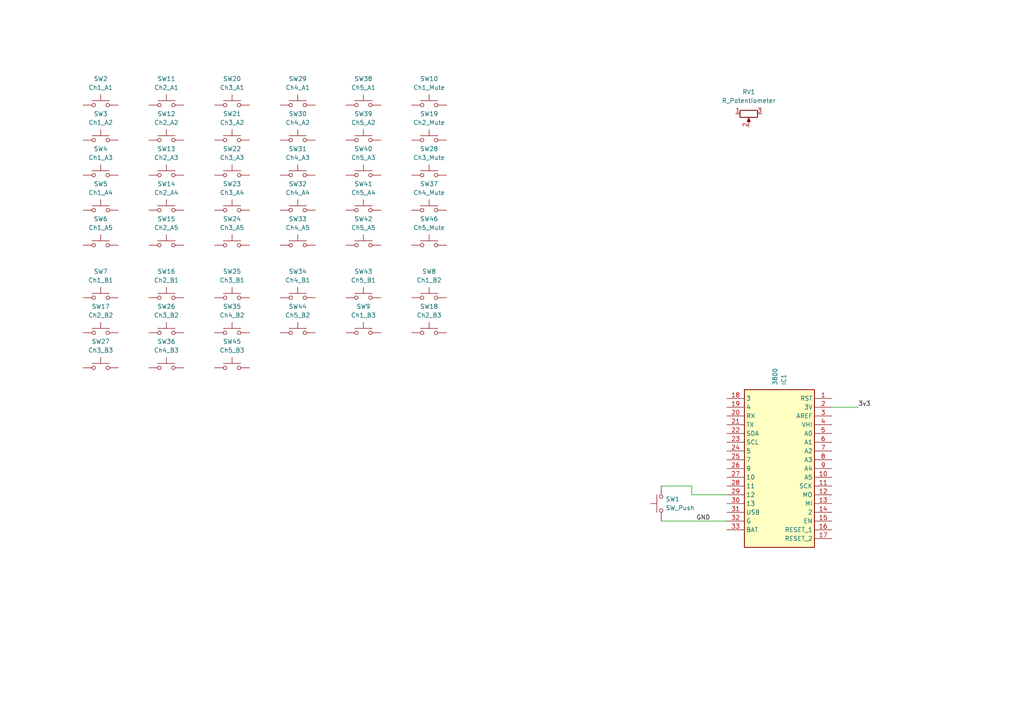
<source format=kicad_sch>
(kicad_sch (version 20231120) (generator "eeschema") (generator_version "8.0")
  (paper "A4")
  (lib_symbols
    (symbol "Device:R_Potentiometer" (pin_names (offset 1.016) hide)
      (property "Reference" "RV" (at -4.445 0 90))
      (property "Value" "R_Potentiometer" (at -2.54 0 90))
      (symbol "R_Potentiometer_0_1"
        (polyline (pts (xy 2.54 0) (xy 1.524 0)))
        (polyline (pts (xy 1.143 0) (xy 2.286 0.508) (xy 2.286 -0.508) (xy 1.143 0)) (fill (type outline)))
        (rectangle (start 1.016 2.54) (end -1.016 -2.54) (stroke (width 0.254)))
      )
      (symbol "R_Potentiometer_1_1"
        (pin passive line (at 0 3.81 270) (length 1.27) (name "1") (number "1"))
        (pin passive line (at 3.81 0 180) (length 1.27) (name "2") (number "2"))
        (pin passive line (at 0 -3.81 90) (length 1.27) (name "3") (number "3"))
      )
    )
    (symbol "SamacSys_Parts:3800"
      (property "Reference" "IC" (at 26.67 7.62 0))
      (property "Value" "3800" (at 26.67 5.08 0))
      (symbol "3800_1_1"
        (rectangle (start 5.08 2.54) (end 25.4 -43.18) (stroke (width 0.254)) (fill (type background)))
        (pin passive line (at 0 0 0) (length 5.08) (name "RST") (number "1"))
        (pin passive line (at 0 -22.86 0) (length 5.08) (name "A5") (number "10"))
        (pin passive line (at 0 -25.4 0) (length 5.08) (name "SCK") (number "11"))
        (pin passive line (at 0 -27.94 0) (length 5.08) (name "MO") (number "12"))
        (pin passive line (at 0 -30.48 0) (length 5.08) (name "MI") (number "13"))
        (pin passive line (at 0 -33.02 0) (length 5.08) (name "2") (number "14"))
        (pin passive line (at 0 -35.56 0) (length 5.08) (name "EN") (number "15"))
        (pin passive line (at 0 -38.1 0) (length 5.08) (name "RESET_1") (number "16"))
        (pin passive line (at 0 -40.64 0) (length 5.08) (name "RESET_2") (number "17"))
        (pin passive line (at 30.48 0 180) (length 5.08) (name "3") (number "18"))
        (pin passive line (at 30.48 -2.54 180) (length 5.08) (name "4") (number "19"))
        (pin passive line (at 0 -2.54 0) (length 5.08) (name "3V") (number "2"))
        (pin passive line (at 30.48 -5.08 180) (length 5.08) (name "RX") (number "20"))
        (pin passive line (at 30.48 -7.62 180) (length 5.08) (name "TX") (number "21"))
        (pin passive line (at 30.48 -10.16 180) (length 5.08) (name "SDA") (number "22"))
        (pin passive line (at 30.48 -12.7 180) (length 5.08) (name "SCL") (number "23"))
        (pin passive line (at 30.48 -15.24 180) (length 5.08) (name "5") (number "24"))
        (pin passive line (at 30.48 -17.78 180) (length 5.08) (name "7") (number "25"))
        (pin passive line (at 30.48 -20.32 180) (length 5.08) (name "9") (number "26"))
        (pin passive line (at 30.48 -22.86 180) (length 5.08) (name "10") (number "27"))
        (pin passive line (at 30.48 -25.4 180) (length 5.08) (name "11") (number "28"))
        (pin passive line (at 30.48 -27.94 180) (length 5.08) (name "12") (number "29"))
        (pin passive line (at 0 -5.08 0) (length 5.08) (name "AREF") (number "3"))
        (pin passive line (at 30.48 -30.48 180) (length 5.08) (name "13") (number "30"))
        (pin passive line (at 30.48 -33.02 180) (length 5.08) (name "USB") (number "31"))
        (pin passive line (at 30.48 -35.56 180) (length 5.08) (name "G") (number "32"))
        (pin passive line (at 30.48 -38.1 180) (length 5.08) (name "BAT") (number "33"))
        (pin passive line (at 0 -7.62 0) (length 5.08) (name "VHI") (number "4"))
        (pin passive line (at 0 -10.16 0) (length 5.08) (name "A0") (number "5"))
        (pin passive line (at 0 -12.7 0) (length 5.08) (name "A1") (number "6"))
        (pin passive line (at 0 -15.24 0) (length 5.08) (name "A2") (number "7"))
        (pin passive line (at 0 -17.78 0) (length 5.08) (name "A3") (number "8"))
        (pin passive line (at 0 -20.32 0) (length 5.08) (name "A4") (number "9"))
      )
    )
    (symbol "Switch:SW_Push" (pin_numbers hide) (pin_names (offset 1.016) hide)
      (property "Reference" "SW" (at 1.27 2.54 0))
      (property "Value" "SW_Push" (at 0 -1.524 0))
      (symbol "SW_Push_0_1"
        (circle (center -2.032 0) (radius 0.508))
        (polyline (pts (xy 0 1.27) (xy 0 3.048)))
        (polyline (pts (xy 2.54 1.27) (xy -2.54 1.27)))
        (circle (center 2.032 0) (radius 0.508))
        (pin passive line (at -5.08 0 0) (length 2.54) (name "1") (number "1"))
        (pin passive line (at 5.08 0 180) (length 2.54) (name "2") (number "2"))
      )
    )
  )
  (wire (pts (xy 200.66 140.97) (xy 191.77 140.97)))
  (wire (pts (xy 210.82 143.51) (xy 200.66 143.51)))
  (wire (pts (xy 241.3 118.11) (xy 248.92 118.11)))
  (wire (pts (xy 191.77 151.13) (xy 210.82 151.13)))
  (wire (pts (xy 200.66 143.51) (xy 200.66 140.97)))
  (label "GND" (at 201.93 151.13 0))
  (label "3v3" (at 248.92 118.11 0))
  (symbol (lib_id "Switch:SW_Push") (at 124.46 71.12 0) (unit 1)
    (property "Reference" "SW46" (at 124.46 63.5 0))
    (property "Value" "Ch5_Mute" (at 124.46 66.04 0))
    (property "Description" "Push button switch, generic, two pins" (effects (hide yes)))
  )
  (symbol (lib_id "Switch:SW_Push") (at 67.31 86.36 0) (unit 1)
    (property "Reference" "SW25" (at 67.31 78.74 0))
    (property "Value" "Ch3_B1" (at 67.31 81.28 0))
    (property "Description" "Push button switch, generic, two pins" (effects (hide yes)))
  )
  (symbol (lib_id "Switch:SW_Push") (at 124.46 86.36 0) (unit 1)
    (property "Reference" "SW8" (at 124.46 78.74 0))
    (property "Value" "Ch1_B2" (at 124.46 81.28 0))
    (property "Description" "Push button switch, generic, two pins" (effects (hide yes)))
  )
  (symbol (lib_id "Switch:SW_Push") (at 29.21 50.8 0) (unit 1)
    (property "Reference" "SW4" (at 29.21 43.18 0))
    (property "Value" "Ch1_A3" (at 29.21 45.72 0))
    (property "Description" "Push button switch, generic, two pins" (effects (hide yes)))
  )
  (symbol (lib_id "Switch:SW_Push") (at 86.36 60.96 0) (unit 1)
    (property "Reference" "SW32" (at 86.36 53.34 0))
    (property "Value" "Ch4_A4" (at 86.36 55.88 0))
    (property "Description" "Push button switch, generic, two pins" (effects (hide yes)))
  )
  (symbol (lib_id "Switch:SW_Push") (at 86.36 96.52 0) (unit 1)
    (property "Reference" "SW44" (at 86.36 88.9 0))
    (property "Value" "Ch5_B2" (at 86.36 91.44 0))
    (property "Description" "Push button switch, generic, two pins" (effects (hide yes)))
  )
  (symbol (lib_id "Switch:SW_Push") (at 48.26 86.36 0) (unit 1)
    (property "Reference" "SW16" (at 48.26 78.74 0))
    (property "Value" "Ch2_B1" (at 48.26 81.28 0))
    (property "Description" "Push button switch, generic, two pins" (effects (hide yes)))
  )
  (symbol (lib_id "Switch:SW_Push") (at 48.26 71.12 0) (unit 1)
    (property "Reference" "SW15" (at 48.26 63.5 0))
    (property "Value" "Ch2_A5" (at 48.26 66.04 0))
    (property "Description" "Push button switch, generic, two pins" (effects (hide yes)))
  )
  (symbol (lib_id "Switch:SW_Push") (at 29.21 40.64 0) (unit 1)
    (property "Reference" "SW3" (at 29.21 33.02 0))
    (property "Value" "Ch1_A2" (at 29.21 35.56 0))
    (property "Description" "Push button switch, generic, two pins" (effects (hide yes)))
  )
  (symbol (lib_id "Switch:SW_Push") (at 48.26 96.52 0) (unit 1)
    (property "Reference" "SW26" (at 48.26 88.9 0))
    (property "Value" "Ch3_B2" (at 48.26 91.44 0))
    (property "Description" "Push button switch, generic, two pins" (effects (hide yes)))
  )
  (symbol (lib_id "Switch:SW_Push") (at 29.21 71.12 0) (unit 1)
    (property "Reference" "SW6" (at 29.21 63.5 0))
    (property "Value" "Ch1_A5" (at 29.21 66.04 0))
    (property "Description" "Push button switch, generic, two pins" (effects (hide yes)))
  )
  (symbol (lib_id "Switch:SW_Push") (at 105.41 86.36 0) (unit 1)
    (property "Reference" "SW43" (at 105.41 78.74 0))
    (property "Value" "Ch5_B1" (at 105.41 81.28 0))
    (property "Description" "Push button switch, generic, two pins" (effects (hide yes)))
  )
  (symbol (lib_id "Switch:SW_Push") (at 48.26 60.96 0) (unit 1)
    (property "Reference" "SW14" (at 48.26 53.34 0))
    (property "Value" "Ch2_A4" (at 48.26 55.88 0))
    (property "Description" "Push button switch, generic, two pins" (effects (hide yes)))
  )
  (symbol (lib_id "Switch:SW_Push") (at 48.26 50.8 0) (unit 1)
    (property "Reference" "SW13" (at 48.26 43.18 0))
    (property "Value" "Ch2_A3" (at 48.26 45.72 0))
    (property "Description" "Push button switch, generic, two pins" (effects (hide yes)))
  )
  (symbol (lib_id "Switch:SW_Push") (at 67.31 106.68 0) (unit 1)
    (property "Reference" "SW45" (at 67.31 99.06 0))
    (property "Value" "Ch5_B3" (at 67.31 101.6 0))
    (property "Description" "Push button switch, generic, two pins" (effects (hide yes)))
  )
  (symbol (lib_id "Switch:SW_Push") (at 124.46 30.48 0) (unit 1)
    (property "Reference" "SW10" (at 124.46 22.86 0))
    (property "Value" "Ch1_Mute" (at 124.46 25.4 0))
    (property "Description" "Push button switch, generic, two pins" (effects (hide yes)))
  )
  (symbol (lib_id "Switch:SW_Push") (at 124.46 60.96 0) (unit 1)
    (property "Reference" "SW37" (at 124.46 53.34 0))
    (property "Value" "Ch4_Mute" (at 124.46 55.88 0))
    (property "Description" "Push button switch, generic, two pins" (effects (hide yes)))
  )
  (symbol (lib_id "Switch:SW_Push") (at 86.36 86.36 0) (unit 1)
    (property "Reference" "SW34" (at 86.36 78.74 0))
    (property "Value" "Ch4_B1" (at 86.36 81.28 0))
    (property "Description" "Push button switch, generic, two pins" (effects (hide yes)))
  )
  (symbol (lib_id "Switch:SW_Push") (at 86.36 30.48 0) (unit 1)
    (property "Reference" "SW29" (at 86.36 22.86 0))
    (property "Value" "Ch4_A1" (at 86.36 25.4 0))
    (property "Description" "Push button switch, generic, two pins" (effects (hide yes)))
  )
  (symbol (lib_id "SamacSys_Parts:3800") (at 241.3 115.57 0) (mirror y) (unit 1)
    (property "Reference" "IC1" (at 227.3301 111.76 90) (effects (justify left)))
    (property "Value" "3800" (at 224.7901 111.76 90) (effects (justify left)))
    (property "Footprint" "3800" (effects (hide yes)))
    (property "Datasheet" "https://cdn-learn.adafruit.com/downloads/pdf/introducing-adafruit-itsybitsy-m4.pdf" (effects (hide yes)))
    (property "Description" "Development Boards & Kits - ARM Adafruit ItsyBitsy M4 Express featuring ATSAMD51" (effects (hide yes)))
    (property "Height" "4.2" (effects (hide yes)))
    (property "Manufacturer_Name" "Adafruit" (effects (hide yes)))
    (property "Manufacturer_Part_Number" "3800" (effects (hide yes)))
    (property "Mouser Part Number" "485-3800" (effects (hide yes)))
    (property "Mouser Price/Stock" "https://www.mouser.co.uk/ProductDetail/Adafruit/3800?qs=%252BEew9%252B0nqrDEEFcTIFoyAg%3D%3D" (effects (hide yes)))
    (property "Arrow Part Number" "3800" (effects (hide yes)))
    (property "Arrow Price/Stock" "https://www.arrow.com/en/products/3800/adafruit-industries" (effects (hide yes)))
  )
  (symbol (lib_id "Switch:SW_Push") (at 124.46 50.8 0) (unit 1)
    (property "Reference" "SW28" (at 124.46 43.18 0))
    (property "Value" "Ch3_Mute" (at 124.46 45.72 0))
    (property "Description" "Push button switch, generic, two pins" (effects (hide yes)))
  )
  (symbol (lib_id "Switch:SW_Push") (at 86.36 71.12 0) (unit 1)
    (property "Reference" "SW33" (at 86.36 63.5 0))
    (property "Value" "Ch4_A5" (at 86.36 66.04 0))
    (property "Description" "Push button switch, generic, two pins" (effects (hide yes)))
  )
  (symbol (lib_id "Switch:SW_Push") (at 86.36 50.8 0) (unit 1)
    (property "Reference" "SW31" (at 86.36 43.18 0))
    (property "Value" "Ch4_A3" (at 86.36 45.72 0))
    (property "Description" "Push button switch, generic, two pins" (effects (hide yes)))
  )
  (symbol (lib_id "Switch:SW_Push") (at 67.31 96.52 0) (unit 1)
    (property "Reference" "SW35" (at 67.31 88.9 0))
    (property "Value" "Ch4_B2" (at 67.31 91.44 0))
    (property "Description" "Push button switch, generic, two pins" (effects (hide yes)))
  )
  (symbol (lib_id "Switch:SW_Push") (at 67.31 71.12 0) (unit 1)
    (property "Reference" "SW24" (at 67.31 63.5 0))
    (property "Value" "Ch3_A5" (at 67.31 66.04 0))
    (property "Description" "Push button switch, generic, two pins" (effects (hide yes)))
  )
  (symbol (lib_id "Switch:SW_Push") (at 191.77 146.05 90) (unit 1)
    (property "Reference" "SW1" (at 193.04 144.7799 90) (effects (justify right)))
    (property "Value" "SW_Push" (at 193.04 147.3199 90) (effects (justify right)))
    (property "Description" "Push button switch, generic, two pins" (effects (hide yes)))
  )
  (symbol (lib_id "Switch:SW_Push") (at 105.41 71.12 0) (unit 1)
    (property "Reference" "SW42" (at 105.41 63.5 0))
    (property "Value" "Ch5_A5" (at 105.41 66.04 0))
    (property "Description" "Push button switch, generic, two pins" (effects (hide yes)))
  )
  (symbol (lib_id "Switch:SW_Push") (at 105.41 30.48 0) (unit 1)
    (property "Reference" "SW38" (at 105.41 22.86 0))
    (property "Value" "Ch5_A1" (at 105.41 25.4 0))
    (property "Description" "Push button switch, generic, two pins" (effects (hide yes)))
  )
  (symbol (lib_id "Switch:SW_Push") (at 105.41 40.64 0) (unit 1)
    (property "Reference" "SW39" (at 105.41 33.02 0))
    (property "Value" "Ch5_A2" (at 105.41 35.56 0))
    (property "Description" "Push button switch, generic, two pins" (effects (hide yes)))
  )
  (symbol (lib_id "Switch:SW_Push") (at 67.31 60.96 0) (unit 1)
    (property "Reference" "SW23" (at 67.31 53.34 0))
    (property "Value" "Ch3_A4" (at 67.31 55.88 0))
    (property "Description" "Push button switch, generic, two pins" (effects (hide yes)))
  )
  (symbol (lib_id "Switch:SW_Push") (at 105.41 50.8 0) (unit 1)
    (property "Reference" "SW40" (at 105.41 43.18 0))
    (property "Value" "Ch5_A3" (at 105.41 45.72 0))
    (property "Description" "Push button switch, generic, two pins" (effects (hide yes)))
  )
  (symbol (lib_id "Switch:SW_Push") (at 124.46 40.64 0) (unit 1)
    (property "Reference" "SW19" (at 124.46 33.02 0))
    (property "Value" "Ch2_Mute" (at 124.46 35.56 0))
    (property "Description" "Push button switch, generic, two pins" (effects (hide yes)))
  )
  (symbol (lib_id "Switch:SW_Push") (at 67.31 30.48 0) (unit 1)
    (property "Reference" "SW20" (at 67.31 22.86 0))
    (property "Value" "Ch3_A1" (at 67.31 25.4 0))
    (property "Description" "Push button switch, generic, two pins" (effects (hide yes)))
  )
  (symbol (lib_id "Switch:SW_Push") (at 29.21 106.68 0) (unit 1)
    (property "Reference" "SW27" (at 29.21 99.06 0))
    (property "Value" "Ch3_B3" (at 29.21 101.6 0))
    (property "Description" "Push button switch, generic, two pins" (effects (hide yes)))
  )
  (symbol (lib_id "Switch:SW_Push") (at 48.26 30.48 0) (unit 1)
    (property "Reference" "SW11" (at 48.26 22.86 0))
    (property "Value" "Ch2_A1" (at 48.26 25.4 0))
    (property "Description" "Push button switch, generic, two pins" (effects (hide yes)))
  )
  (symbol (lib_id "Switch:SW_Push") (at 67.31 50.8 0) (unit 1)
    (property "Reference" "SW22" (at 67.31 43.18 0))
    (property "Value" "Ch3_A3" (at 67.31 45.72 0))
    (property "Description" "Push button switch, generic, two pins" (effects (hide yes)))
  )
  (symbol (lib_id "Switch:SW_Push") (at 86.36 40.64 0) (unit 1)
    (property "Reference" "SW30" (at 86.36 33.02 0))
    (property "Value" "Ch4_A2" (at 86.36 35.56 0))
    (property "Description" "Push button switch, generic, two pins" (effects (hide yes)))
  )
  (symbol (lib_id "Switch:SW_Push") (at 48.26 106.68 0) (unit 1)
    (property "Reference" "SW36" (at 48.26 99.06 0))
    (property "Value" "Ch4_B3" (at 48.26 101.6 0))
    (property "Description" "Push button switch, generic, two pins" (effects (hide yes)))
  )
  (symbol (lib_id "Switch:SW_Push") (at 29.21 96.52 0) (unit 1)
    (property "Reference" "SW17" (at 29.21 88.9 0))
    (property "Value" "Ch2_B2" (at 29.21 91.44 0))
    (property "Description" "Push button switch, generic, two pins" (effects (hide yes)))
  )
  (symbol (lib_id "Switch:SW_Push") (at 29.21 60.96 0) (unit 1)
    (property "Reference" "SW5" (at 29.21 53.34 0))
    (property "Value" "Ch1_A4" (at 29.21 55.88 0))
    (property "Description" "Push button switch, generic, two pins" (effects (hide yes)))
  )
  (symbol (lib_id "Switch:SW_Push") (at 124.46 96.52 0) (unit 1)
    (property "Reference" "SW18" (at 124.46 88.9 0))
    (property "Value" "Ch2_B3" (at 124.46 91.44 0))
    (property "Description" "Push button switch, generic, two pins" (effects (hide yes)))
  )
  (symbol (lib_id "Switch:SW_Push") (at 67.31 40.64 0) (unit 1)
    (property "Reference" "SW21" (at 67.31 33.02 0))
    (property "Value" "Ch3_A2" (at 67.31 35.56 0))
    (property "Description" "Push button switch, generic, two pins" (effects (hide yes)))
  )
  (symbol (lib_id "Switch:SW_Push") (at 48.26 40.64 0) (unit 1)
    (property "Reference" "SW12" (at 48.26 33.02 0))
    (property "Value" "Ch2_A2" (at 48.26 35.56 0))
    (property "Description" "Push button switch, generic, two pins" (effects (hide yes)))
  )
  (symbol (lib_id "Switch:SW_Push") (at 105.41 96.52 0) (unit 1)
    (property "Reference" "SW9" (at 105.41 88.9 0))
    (property "Value" "Ch1_B3" (at 105.41 91.44 0))
    (property "Description" "Push button switch, generic, two pins" (effects (hide yes)))
  )
  (symbol (lib_id "Switch:SW_Push") (at 105.41 60.96 0) (unit 1)
    (property "Reference" "SW41" (at 105.41 53.34 0))
    (property "Value" "Ch5_A4" (at 105.41 55.88 0))
    (property "Description" "Push button switch, generic, two pins" (effects (hide yes)))
  )
  (symbol (lib_id "Device:R_Potentiometer") (at 217.17 33.02 90) (mirror x) (unit 1)
    (property "Reference" "RV1" (at 217.17 26.67 90))
    (property "Value" "R_Potentiometer" (at 217.17 29.21 90))
    (property "Description" "Potentiometer" (effects (hide yes)))
  )
  (symbol (lib_id "Switch:SW_Push") (at 29.21 86.36 0) (unit 1)
    (property "Reference" "SW7" (at 29.21 78.74 0))
    (property "Value" "Ch1_B1" (at 29.21 81.28 0))
    (property "Description" "Push button switch, generic, two pins" (effects (hide yes)))
  )
  (symbol (lib_id "Switch:SW_Push") (at 29.21 30.48 0) (unit 1)
    (property "Reference" "SW2" (at 29.21 22.86 0))
    (property "Value" "Ch1_A1" (at 29.21 25.4 0))
    (property "Description" "Push button switch, generic, two pins" (effects (hide yes)))
  )
)
</source>
